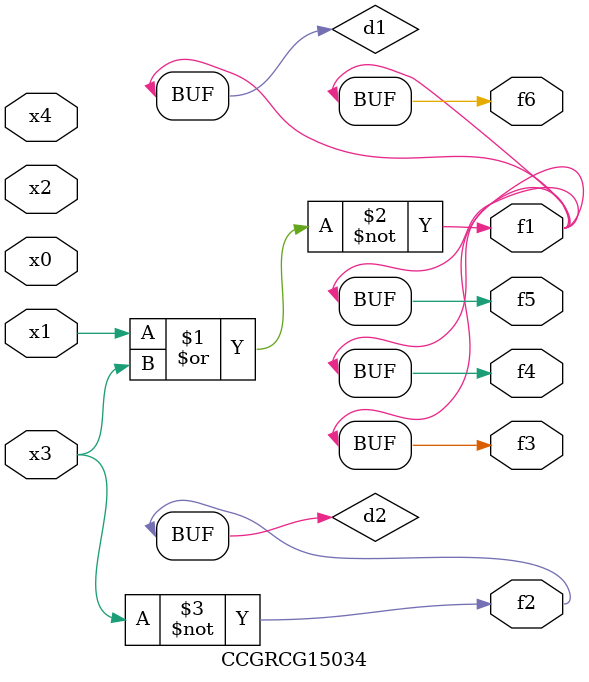
<source format=v>
module CCGRCG15034(
	input x0, x1, x2, x3, x4,
	output f1, f2, f3, f4, f5, f6
);

	wire d1, d2;

	nor (d1, x1, x3);
	not (d2, x3);
	assign f1 = d1;
	assign f2 = d2;
	assign f3 = d1;
	assign f4 = d1;
	assign f5 = d1;
	assign f6 = d1;
endmodule

</source>
